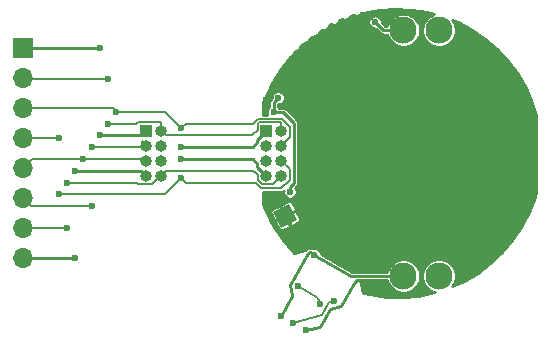
<source format=gbr>
G04 #@! TF.GenerationSoftware,KiCad,Pcbnew,(5.1.5-0)*
G04 #@! TF.CreationDate,2020-05-02T01:07:30+03:00*
G04 #@! TF.ProjectId,raybeacon,72617962-6561-4636-9f6e-2e6b69636164,1.4*
G04 #@! TF.SameCoordinates,PX8f0d180PY5f5e100*
G04 #@! TF.FileFunction,Copper,L2,Bot*
G04 #@! TF.FilePolarity,Positive*
%FSLAX46Y46*%
G04 Gerber Fmt 4.6, Leading zero omitted, Abs format (unit mm)*
G04 Created by KiCad (PCBNEW (5.1.5-0)) date 2020-05-02 01:07:30*
%MOMM*%
%LPD*%
G04 APERTURE LIST*
%ADD10R,2.700000X6.260000*%
%ADD11R,1.000000X1.000000*%
%ADD12O,1.000000X1.000000*%
%ADD13C,17.800000*%
%ADD14C,2.300000*%
%ADD15R,1.700000X1.700000*%
%ADD16O,1.700000X1.700000*%
%ADD17C,0.100000*%
%ADD18C,0.600000*%
%ADD19C,0.220000*%
%ADD20C,0.152000*%
G04 APERTURE END LIST*
D10*
X10150000Y0D03*
D11*
X-11100000Y1900001D03*
D12*
X-9830000Y1900001D03*
X-11100000Y630001D03*
X-9830000Y630001D03*
X-11100000Y-639999D03*
X-9830000Y-639999D03*
X-11100000Y-1909999D03*
X-9830000Y-1909999D03*
D13*
X2000000Y0D03*
D14*
X3500000Y-10400000D03*
X500000Y-10400000D03*
X3500000Y10400000D03*
X500000Y10400000D03*
D15*
X-31700000Y8900000D03*
D16*
X-31700000Y6360000D03*
X-31700000Y3820000D03*
X-31700000Y1280000D03*
X-31700000Y-1260000D03*
X-31700000Y-3800000D03*
X-31700000Y-6340000D03*
X-31700000Y-8880000D03*
G04 #@! TA.AperFunction,SMDPad,CuDef*
D17*
G36*
X-8491251Y-5627762D02*
G01*
X-9827761Y-6308748D01*
X-10508747Y-4972238D01*
X-9172237Y-4291252D01*
X-8491251Y-5627762D01*
G37*
G04 #@! TD.AperFunction*
D11*
X-21300000Y1900001D03*
D12*
X-20030000Y1900001D03*
X-21300000Y630001D03*
X-20030000Y630001D03*
X-21300000Y-639999D03*
X-20030000Y-639999D03*
X-21300000Y-1909999D03*
X-20030000Y-1909999D03*
D18*
X-27299999Y-1499999D03*
X1800000Y-4900000D03*
X-1100000Y-2200000D03*
X-7000000Y-2600000D03*
X-6000000Y200000D03*
X6300000Y5600001D03*
X1600000Y9149999D03*
X750000Y7500000D03*
X2000000Y8300000D03*
X3100001Y-6400000D03*
X3100000Y-5000000D03*
X800001Y-7100000D03*
X800000Y-4899999D03*
X1500000Y-2899999D03*
X-600000Y8900000D03*
X600000Y8700000D03*
X-1000000Y8000000D03*
X5600001Y100001D03*
X5600001Y-2100000D03*
X-7699999Y-800000D03*
X-2700000Y-3399999D03*
X2700000Y-1500000D03*
X4000001Y-3600000D03*
X3900000Y-7200000D03*
X4400000Y-2000000D03*
X4400000Y-700000D03*
X6700000Y-2100000D03*
X6700001Y100001D03*
X-1200000Y-1400001D03*
X3800000Y4699999D03*
X6900001Y4700000D03*
X5700000Y4700000D03*
X5200000Y2700000D03*
X4000001Y2700000D03*
X6300000Y2700000D03*
X7400000Y2700000D03*
X-3999999Y1100001D03*
X-2800000Y1100000D03*
X-1599999Y1100001D03*
X-400000Y1100000D03*
X-400000Y2300000D03*
X-1600001Y2300000D03*
X-2800000Y2300000D03*
X-2800000Y3500000D03*
X-3999999Y3500001D03*
X-4000001Y4700000D03*
X-1600001Y4700000D03*
X-1599999Y3500001D03*
X-4000001Y2300000D03*
X-2800000Y4700000D03*
X-400000Y3500000D03*
X-400000Y4700000D03*
X8500000Y2700000D03*
X8500000Y1700000D03*
X8500000Y700000D03*
X8500000Y-400000D03*
X8500000Y-1400000D03*
X8500000Y-2400000D03*
X4899999Y5400000D03*
X3800001Y5600000D03*
X3900000Y6900001D03*
X-9600000Y7000000D03*
X-6200001Y9700000D03*
X-7500001Y7100000D03*
X7700000Y5400000D03*
X11500000Y-3450000D03*
X10500001Y-3450000D03*
X9500001Y-3450000D03*
X8500000Y-3449999D03*
X11200000Y3500000D03*
X10400000Y3500000D03*
X8700000Y4600000D03*
X10500000Y4600000D03*
X4600000Y-4700000D03*
X3500000Y-700000D03*
X4200000Y0D03*
X7600000Y-9199999D03*
X9100000Y-7699999D03*
X10100000Y-6400001D03*
X7100001Y-4800000D03*
X6200000Y-10200000D03*
X6600000Y-6700000D03*
X10500001Y5600000D03*
X10900000Y-4900000D03*
X9600000Y6400000D03*
X8800001Y5600000D03*
X1800000Y-7100000D03*
X7000000Y8800000D03*
X-10350000Y-3900000D03*
X-1049999Y9800001D03*
X2400000Y-11700000D03*
X-200000Y-8000000D03*
X-416506Y-11921410D03*
X-7800000Y8500000D03*
X8599999Y8200000D03*
X5100001Y-10800000D03*
X-9200000Y5599999D03*
X-11100000Y4500001D03*
X-8600000Y-4000001D03*
X-2899999Y6800000D03*
X-6399999Y7000001D03*
X-1199999Y11799999D03*
X-800000Y-9300000D03*
X-27299999Y-8899999D03*
X-18300000Y-499999D03*
X2000000Y-9400000D03*
X-999999Y-11000000D03*
X-7758141Y-14998265D03*
X-2600000Y-11600000D03*
X-9906217Y-13758073D03*
X-25200000Y1500000D03*
X-10493941Y3460013D03*
X-9100000Y-3300000D03*
X-10100001Y4700000D03*
X-1900000Y11100000D03*
X-25200000Y8900000D03*
X-18300000Y500000D03*
X-7042820Y-8600446D03*
X-8456218Y-11248522D03*
X-6589961Y-12800274D03*
X-24499999Y2500000D03*
X-24500000Y6300000D03*
X-25900000Y500000D03*
X-25899999Y-4499999D03*
X-18299999Y2099999D03*
X-23799999Y3500001D03*
X-26600000Y-500001D03*
X-28700000Y-3500000D03*
X-18299999Y-2100000D03*
X-28700000Y1300000D03*
X-27999999Y-2500000D03*
X-28000000Y-6300000D03*
X-8883974Y-14348265D03*
X-5349551Y-12484191D03*
D19*
X-11862000Y-1148000D02*
X-11862001Y-904238D01*
X-11100000Y-1910000D02*
X-11862000Y-1148000D01*
X-21710000Y-1500000D02*
X-21300001Y-1910000D01*
X-27299999Y-1499999D02*
X-21710000Y-1500000D01*
X-31680000Y-8900000D02*
X-31699999Y-8880000D01*
X-27299999Y-8899999D02*
X-31680000Y-8900000D01*
X-17863735Y-487999D02*
X-12278239Y-487999D01*
X-17875736Y-500001D02*
X-17863735Y-487999D01*
X-18300000Y-499999D02*
X-17875736Y-500001D01*
X-11862001Y-904238D02*
X-12278239Y-487999D01*
X-6580626Y-14682751D02*
X-5720166Y-13192390D01*
X-7758141Y-14998265D02*
X-6580626Y-14682751D01*
X-4804141Y-12946942D02*
X-3675722Y-10992464D01*
X-5720166Y-13192390D02*
X-4804141Y-12946942D01*
X-2851917Y-10772346D02*
X-3472408Y-10772408D01*
X-3675722Y-10975722D02*
X-3472408Y-10772408D01*
X-3675722Y-10992464D02*
X-3675722Y-10975722D01*
X-2851917Y-10772346D02*
X-1399992Y-10772200D01*
X-1227800Y-10772200D02*
X-999999Y-11000000D01*
X-1399992Y-10772200D02*
X-1227800Y-10772200D01*
X-10439986Y3460013D02*
X-10456425Y3460013D01*
X-9674167Y3460013D02*
X-10069677Y3460014D01*
X-10069677Y3460014D02*
X-10493941Y3460013D01*
X-9674167Y3460013D02*
X-8763988Y2549834D01*
X-8763988Y-2539725D02*
X-8763988Y-2536012D01*
X-9100000Y-2875736D02*
X-8763988Y-2539725D01*
X-9100000Y-3300000D02*
X-9100000Y-2875736D01*
X-8763988Y2549834D02*
X-8763988Y-2536012D01*
X-10493941Y4306059D02*
X-10100001Y4700000D01*
X-10493941Y3460013D02*
X-10493941Y4306059D01*
X-1200000Y10400000D02*
X-1900000Y11100000D01*
X500000Y10400000D02*
X-1200000Y10400000D01*
X-21399999Y2000001D02*
X-21300000Y1900001D01*
X-21700000Y1500000D02*
X-21300000Y1900001D01*
X-25200000Y1500000D02*
X-21700000Y1500000D01*
X-25200000Y8900000D02*
X-31700000Y8900000D01*
X-11862001Y1138000D02*
X-11100000Y1900001D01*
X-11862000Y904237D02*
X-11862001Y1138000D01*
X-12266237Y500000D02*
X-11862000Y904237D01*
X-18300000Y500000D02*
X-12266237Y500000D01*
X-3925129Y-10400446D02*
X500000Y-10400000D01*
X-3945355Y-10405866D02*
X-3925129Y-10400446D01*
X-7090193Y-8590193D02*
X-3945355Y-10405866D01*
X-7042820Y-8600446D02*
X-7090193Y-8590193D01*
X-8956360Y-12114015D02*
X-8906360Y-12027413D01*
X-8956360Y-12114015D02*
X-9906217Y-13758073D01*
X-7565608Y-8429944D02*
X-9139741Y-11156423D01*
X-9139741Y-11156423D02*
X-8906360Y-12027413D01*
X-7410244Y-8388314D02*
X-7565608Y-8429944D01*
X-7042820Y-8600446D02*
X-7410244Y-8388314D01*
D20*
X-8456218Y-11248522D02*
X-6740298Y-12239209D01*
X-6740298Y-12239209D02*
X-6589961Y-12800274D01*
X-31690000Y6350001D02*
X-31700000Y6360000D01*
X-9830000Y1899999D02*
X-9830000Y2529999D01*
X-9830000Y2529999D02*
X-9928001Y2628001D01*
X-11708622Y2628002D02*
X-11828001Y2508622D01*
X-9928001Y2628001D02*
X-11708622Y2628002D01*
X-11828001Y1971999D02*
X-12300000Y1500000D01*
X-11828001Y2508622D02*
X-11828001Y1971999D01*
X-20050895Y2628001D02*
X-20030000Y2607106D01*
X-22110401Y2500000D02*
X-21982401Y2628001D01*
X-20030000Y2607106D02*
X-20030000Y1900001D01*
X-21982401Y2628001D02*
X-20050895Y2628001D01*
X-24499999Y2500000D02*
X-22110401Y2500000D01*
X-31640000Y6300000D02*
X-31700000Y6360000D01*
X-24500000Y6300000D02*
X-31640000Y6300000D01*
X-20030000Y1900001D02*
X-19629999Y1500000D01*
X-12300000Y1500000D02*
X-19629999Y1500000D01*
X-21669999Y1000000D02*
X-21300000Y630000D01*
X-21430000Y500000D02*
X-21300000Y630000D01*
X-25900000Y500000D02*
X-21430000Y500000D01*
X-30999999Y-4500000D02*
X-31699999Y-3800000D01*
X-25899999Y-4499999D02*
X-30999999Y-4500000D01*
X-9829999Y630001D02*
X-9101999Y1358001D01*
X-9101999Y2249441D02*
X-9784568Y2932012D01*
X-9101999Y1358001D02*
X-9101999Y2249441D01*
X-11834546Y2932012D02*
X-11844559Y2921999D01*
X-11834546Y2932012D02*
X-11844559Y2921999D01*
X-11667988Y2932012D02*
X-11834546Y2932012D01*
X-9784568Y2932012D02*
X-11667988Y2932012D01*
X-11667988Y2932012D02*
X-11834546Y2932012D01*
X-11667988Y2932011D02*
X-11834546Y2932012D01*
X-31480000Y3599999D02*
X-31700000Y3820000D01*
X-19700000Y3500000D02*
X-23799999Y3500001D01*
X-18299999Y2099999D02*
X-19700000Y3500000D01*
X-24119999Y3820000D02*
X-23799999Y3500001D01*
X-31700000Y3820000D02*
X-24119999Y3820000D01*
X-12194559Y2571999D02*
X-11834546Y2932012D01*
X-18299999Y2099999D02*
X-17899999Y2500000D01*
X-12266558Y2500001D02*
X-11834546Y2932012D01*
X-17899999Y2500000D02*
X-12266558Y2500001D01*
X-21440000Y-500001D02*
X-21300000Y-640000D01*
X-26600000Y-500001D02*
X-21440000Y-500001D01*
X-30940001Y-500000D02*
X-31700000Y-1260000D01*
X-26600000Y-500001D02*
X-30940001Y-500000D01*
X-31650000Y1330000D02*
X-31699999Y1280000D01*
X-19700000Y-3500000D02*
X-28700000Y-3500000D01*
X-18299999Y-2100000D02*
X-19700000Y-3500000D01*
X-31680000Y1300000D02*
X-31699999Y1280000D01*
X-28700000Y1300000D02*
X-31680000Y1300000D01*
X-9517381Y-2603141D02*
X-9856251Y-2942011D01*
X-9445700Y-2603142D02*
X-9517381Y-2603141D01*
X-9101999Y-2259441D02*
X-9445700Y-2603142D01*
X-9101999Y-1368001D02*
X-9101999Y-2259441D01*
X-9829999Y-640000D02*
X-9101999Y-1368001D01*
X-18299999Y-2100000D02*
X-17899999Y-2500000D01*
X-12017377Y-2500000D02*
X-11575366Y-2942011D01*
X-17899999Y-2500000D02*
X-12017377Y-2500000D01*
X-11257989Y-2942011D02*
X-11575367Y-2942011D01*
X-11575366Y-2942011D02*
X-11257989Y-2942011D01*
X-9856251Y-2942011D02*
X-11257989Y-2942011D01*
X-11449441Y-2637999D02*
X-11828001Y-2259441D01*
X-9829999Y-1910000D02*
X-10558001Y-2638000D01*
X-10558001Y-2638000D02*
X-11449441Y-2637999D01*
X-31660000Y-6300001D02*
X-31700000Y-6340000D01*
X-12108278Y-1608279D02*
X-12144559Y-1571999D01*
X-11828001Y-1888557D02*
X-12108278Y-1608279D01*
X-11828001Y-1888557D02*
X-12208279Y-1508279D01*
X-11828001Y-2028001D02*
X-11828001Y-1888557D01*
X-11828001Y-2259441D02*
X-11828001Y-2028001D01*
X-12108278Y-1608279D02*
X-12208279Y-1508279D01*
X-31660000Y-6300000D02*
X-31700000Y-6340000D01*
X-28000000Y-6300000D02*
X-31660000Y-6300000D01*
X-22099999Y-2500000D02*
X-27999999Y-2500000D01*
X-19628279Y-1508279D02*
X-20758000Y-2638001D01*
X-21961998Y-2638001D02*
X-22099999Y-2500000D01*
X-20758000Y-2638001D02*
X-21961998Y-2638001D01*
X-12208279Y-1508279D02*
X-19628279Y-1508279D01*
X-6413230Y-13686231D02*
X-5786888Y-12601375D01*
X-5786888Y-12601375D02*
X-5759358Y-12593998D01*
X-5759358Y-12593998D02*
X-5349551Y-12484191D01*
X-8883974Y-14348265D02*
X-6413230Y-13686231D01*
D19*
G36*
X1159691Y12132213D02*
G01*
X2504833Y11927333D01*
X3115151Y11763112D01*
X3088135Y11757738D01*
X2831167Y11651298D01*
X2599903Y11496772D01*
X2403228Y11300097D01*
X2248702Y11068833D01*
X2142262Y10811865D01*
X2088000Y10539070D01*
X2088000Y10260930D01*
X2142262Y9988135D01*
X2248702Y9731167D01*
X2403228Y9499903D01*
X2599903Y9303228D01*
X2831167Y9148702D01*
X3088135Y9042262D01*
X3360930Y8988000D01*
X3639070Y8988000D01*
X3911865Y9042262D01*
X4168833Y9148702D01*
X4400097Y9303228D01*
X4596772Y9499903D01*
X4751298Y9731167D01*
X4857738Y9988135D01*
X4912000Y10260930D01*
X4912000Y10539070D01*
X4857738Y10811865D01*
X4751298Y11068833D01*
X4625911Y11256488D01*
X5085076Y11075986D01*
X6288002Y10440139D01*
X7412574Y9674152D01*
X8444737Y8787598D01*
X9371662Y7791498D01*
X10181764Y6698295D01*
X10864959Y5521607D01*
X11412735Y4276091D01*
X11736409Y3239428D01*
X11722218Y3227782D01*
X11708538Y3211113D01*
X11698373Y3192095D01*
X11692114Y3171460D01*
X11690000Y3150000D01*
X11690000Y-3150000D01*
X11692114Y-3171460D01*
X11698373Y-3192095D01*
X11708538Y-3211113D01*
X11722218Y-3227782D01*
X11731593Y-3235476D01*
X11600171Y-3737848D01*
X11111221Y-5007618D01*
X10483781Y-6214967D01*
X9725666Y-7344856D01*
X8846336Y-8383187D01*
X7856731Y-9317040D01*
X6769219Y-10134750D01*
X5597321Y-10826148D01*
X4621140Y-11263628D01*
X4751298Y-11068833D01*
X4857738Y-10811865D01*
X4912000Y-10539070D01*
X4912000Y-10260930D01*
X4857738Y-9988135D01*
X4751298Y-9731167D01*
X4596772Y-9499903D01*
X4400097Y-9303228D01*
X4168833Y-9148702D01*
X3911865Y-9042262D01*
X3639070Y-8988000D01*
X3360930Y-8988000D01*
X3088135Y-9042262D01*
X2831167Y-9148702D01*
X2599903Y-9303228D01*
X2403228Y-9499903D01*
X2248702Y-9731167D01*
X2142262Y-9988135D01*
X2088000Y-10260930D01*
X2088000Y-10539070D01*
X2142262Y-10811865D01*
X2248702Y-11068833D01*
X2403228Y-11300097D01*
X2599903Y-11496772D01*
X2831167Y-11651298D01*
X3088135Y-11757738D01*
X3146647Y-11769377D01*
X3059706Y-11797190D01*
X1725616Y-12064731D01*
X370023Y-12181895D01*
X-990188Y-12147222D01*
X-2343088Y-11960449D01*
X-2899962Y-11838013D01*
X-2927987Y-11831478D01*
X-2938408Y-11831137D01*
X-3222102Y-10772374D01*
X-865640Y-10772137D01*
X-857738Y-10811865D01*
X-751298Y-11068833D01*
X-596772Y-11300097D01*
X-400097Y-11496772D01*
X-168833Y-11651298D01*
X88135Y-11757738D01*
X360930Y-11812000D01*
X639070Y-11812000D01*
X911865Y-11757738D01*
X1168833Y-11651298D01*
X1400097Y-11496772D01*
X1596772Y-11300097D01*
X1751298Y-11068833D01*
X1857738Y-10811865D01*
X1912000Y-10539070D01*
X1912000Y-10260930D01*
X1857738Y-9988135D01*
X1751298Y-9731167D01*
X1596772Y-9499903D01*
X1400097Y-9303228D01*
X1168833Y-9148702D01*
X911865Y-9042262D01*
X639070Y-8988000D01*
X360930Y-8988000D01*
X88135Y-9042262D01*
X-168833Y-9148702D01*
X-400097Y-9303228D01*
X-596772Y-9499903D01*
X-751298Y-9731167D01*
X-857738Y-9988135D01*
X-865695Y-10028138D01*
X-3855077Y-10028439D01*
X-6488152Y-8508234D01*
X-6502418Y-8436517D01*
X-6544782Y-8334239D01*
X-6606286Y-8242192D01*
X-6684566Y-8163912D01*
X-6776613Y-8102408D01*
X-6878891Y-8060044D01*
X-6987468Y-8038446D01*
X-7098172Y-8038446D01*
X-7206749Y-8060044D01*
X-7221290Y-8066067D01*
X-7223345Y-8064594D01*
X-7290091Y-8034352D01*
X-7361454Y-8017713D01*
X-7398073Y-8016514D01*
X-7434691Y-8015315D01*
X-7434692Y-8015315D01*
X-7488881Y-8024262D01*
X-7488882Y-8024262D01*
X-7506990Y-8027252D01*
X-7524168Y-8033717D01*
X-7644240Y-8065891D01*
X-7662355Y-8068882D01*
X-7730936Y-8094693D01*
X-7793162Y-8133389D01*
X-7846645Y-8183481D01*
X-7871098Y-8217605D01*
X-8777891Y-8460580D01*
X-8790576Y-8443465D01*
X-8793385Y-8440135D01*
X-9689187Y-7392909D01*
X-10452882Y-6266795D01*
X-10682018Y-5831164D01*
X-10365151Y-5831164D01*
X-10062335Y-6428269D01*
X-10034510Y-6471735D01*
X-9998740Y-6508938D01*
X-9956399Y-6538448D01*
X-9909115Y-6559131D01*
X-9858705Y-6570191D01*
X-9807105Y-6571204D01*
X-9756300Y-6562131D01*
X-9708240Y-6543321D01*
X-9112287Y-6238245D01*
X-9083662Y-6150148D01*
X-9506554Y-5320175D01*
X-10336527Y-5743067D01*
X-10365151Y-5831164D01*
X-10682018Y-5831164D01*
X-11086292Y-5062567D01*
X-11113517Y-4992894D01*
X-10771203Y-4992894D01*
X-10762130Y-5043699D01*
X-10743320Y-5091759D01*
X-10438244Y-5687712D01*
X-10350147Y-5716337D01*
X-9545904Y-5306555D01*
X-9479824Y-5306555D01*
X-9056932Y-6136528D01*
X-8968835Y-6165152D01*
X-8371730Y-5862336D01*
X-8328264Y-5834511D01*
X-8291061Y-5798741D01*
X-8261551Y-5756400D01*
X-8240868Y-5709116D01*
X-8229808Y-5658706D01*
X-8228795Y-5607106D01*
X-8237868Y-5556301D01*
X-8256678Y-5508241D01*
X-8561754Y-4912288D01*
X-8649851Y-4883663D01*
X-9479824Y-5306555D01*
X-9545904Y-5306555D01*
X-9520174Y-5293445D01*
X-9943066Y-4463472D01*
X-9984984Y-4449852D01*
X-9916336Y-4449852D01*
X-9493444Y-5279825D01*
X-8663471Y-4856933D01*
X-8634847Y-4768836D01*
X-8937663Y-4171731D01*
X-8965488Y-4128265D01*
X-9001258Y-4091062D01*
X-9043599Y-4061552D01*
X-9090883Y-4040869D01*
X-9141293Y-4029809D01*
X-9192893Y-4028796D01*
X-9243698Y-4037869D01*
X-9291758Y-4056679D01*
X-9887711Y-4361755D01*
X-9916336Y-4449852D01*
X-9984984Y-4449852D01*
X-10031163Y-4434848D01*
X-10628268Y-4737664D01*
X-10671734Y-4765489D01*
X-10708937Y-4801259D01*
X-10738447Y-4843600D01*
X-10759130Y-4890884D01*
X-10770190Y-4941294D01*
X-10771203Y-4992894D01*
X-11113517Y-4992894D01*
X-11390000Y-4285354D01*
X-11390000Y-3280011D01*
X-9872841Y-3280011D01*
X-9856251Y-3281645D01*
X-9839661Y-3280011D01*
X-9839650Y-3280011D01*
X-9789991Y-3275120D01*
X-9726278Y-3255793D01*
X-9667560Y-3224407D01*
X-9656103Y-3215005D01*
X-9662000Y-3244648D01*
X-9662000Y-3355352D01*
X-9640402Y-3463929D01*
X-9598038Y-3566207D01*
X-9536534Y-3658254D01*
X-9458254Y-3736534D01*
X-9366207Y-3798038D01*
X-9263929Y-3840402D01*
X-9155352Y-3862000D01*
X-9044648Y-3862000D01*
X-8936071Y-3840402D01*
X-8833793Y-3798038D01*
X-8741746Y-3736534D01*
X-8663466Y-3658254D01*
X-8601962Y-3566207D01*
X-8559598Y-3463929D01*
X-8538000Y-3355352D01*
X-8538000Y-3244648D01*
X-8559598Y-3136071D01*
X-8601962Y-3033793D01*
X-8654036Y-2955859D01*
X-8513860Y-2815684D01*
X-8499672Y-2804041D01*
X-8453185Y-2747397D01*
X-8418643Y-2682772D01*
X-8406492Y-2642716D01*
X-8397371Y-2612651D01*
X-8390189Y-2539726D01*
X-8391988Y-2521459D01*
X-8391988Y2531578D01*
X-8390190Y2549835D01*
X-8391988Y2568091D01*
X-8391988Y2568101D01*
X-8397371Y2622759D01*
X-8418643Y2692881D01*
X-8453185Y2757506D01*
X-8499672Y2814150D01*
X-8513858Y2825792D01*
X-9398208Y3710141D01*
X-9409851Y3724328D01*
X-9466495Y3770815D01*
X-9466494Y3770815D01*
X-9466496Y3770816D01*
X-9531121Y3805358D01*
X-9601243Y3826630D01*
X-9674167Y3833812D01*
X-9692442Y3832012D01*
X-10051409Y3832014D01*
X-10071154Y3832014D01*
X-10121941Y3882801D01*
X-10121941Y4138000D01*
X-10044649Y4138000D01*
X-9936072Y4159598D01*
X-9833794Y4201962D01*
X-9741747Y4263466D01*
X-9663467Y4341746D01*
X-9601963Y4433793D01*
X-9559599Y4536071D01*
X-9538001Y4644648D01*
X-9538001Y4755352D01*
X-9559599Y4863929D01*
X-9601963Y4966207D01*
X-9663467Y5058254D01*
X-9741747Y5136534D01*
X-9833794Y5198038D01*
X-9936072Y5240402D01*
X-10044649Y5262000D01*
X-10155353Y5262000D01*
X-10263930Y5240402D01*
X-10366208Y5198038D01*
X-10458255Y5136534D01*
X-10536535Y5058254D01*
X-10598039Y4966207D01*
X-10640403Y4863929D01*
X-10662001Y4755352D01*
X-10662001Y4664086D01*
X-10744064Y4582022D01*
X-10758256Y4570375D01*
X-10781229Y4542382D01*
X-10804744Y4513730D01*
X-10839286Y4449104D01*
X-10860558Y4378983D01*
X-10867740Y4306059D01*
X-10865940Y4287782D01*
X-10865941Y3882801D01*
X-10930475Y3818267D01*
X-10991979Y3726220D01*
X-11034343Y3623942D01*
X-11055941Y3515365D01*
X-11055941Y3404661D01*
X-11034343Y3296084D01*
X-11023544Y3270012D01*
X-11390000Y3270012D01*
X-11390000Y4289882D01*
X-11246706Y4695426D01*
X-10653222Y5919821D01*
X-9926958Y7070426D01*
X-9073107Y8137726D01*
X-8802422Y8430040D01*
X-8782366Y8451453D01*
X-8749912Y8503644D01*
X-8728264Y8561163D01*
X-8721272Y8603510D01*
X-8652573Y8603510D01*
X-8563316Y8621265D01*
X-8479237Y8656091D01*
X-8403568Y8706651D01*
X-8339217Y8771002D01*
X-8288657Y8846671D01*
X-8253831Y8930750D01*
X-8236076Y9020007D01*
X-8236076Y9070270D01*
X-7977928Y9276789D01*
X-7977554Y9276715D01*
X-7886548Y9276715D01*
X-7797291Y9294470D01*
X-7713212Y9329296D01*
X-7637543Y9379856D01*
X-7573192Y9444207D01*
X-7522632Y9519876D01*
X-7487806Y9603955D01*
X-7472445Y9681175D01*
X-7228191Y9876579D01*
X-7161528Y9863318D01*
X-7070522Y9863318D01*
X-6981265Y9881073D01*
X-6897186Y9915899D01*
X-6821517Y9966459D01*
X-6757166Y10030810D01*
X-6706606Y10106479D01*
X-6671780Y10190558D01*
X-6654025Y10279815D01*
X-6654025Y10286517D01*
X-6424010Y10430276D01*
X-6409760Y10424374D01*
X-6320503Y10406619D01*
X-6229497Y10406619D01*
X-6140240Y10424374D01*
X-6056161Y10459200D01*
X-5980492Y10509760D01*
X-5916141Y10574111D01*
X-5865581Y10649780D01*
X-5830755Y10733859D01*
X-5815489Y10810602D01*
X-5624176Y10930173D01*
X-5602814Y10915899D01*
X-5518735Y10881073D01*
X-5429478Y10863318D01*
X-5338472Y10863318D01*
X-5249215Y10881073D01*
X-5165136Y10915899D01*
X-5089467Y10966459D01*
X-5025116Y11030810D01*
X-4974556Y11106479D01*
X-4954313Y11155352D01*
X-2462000Y11155352D01*
X-2462000Y11044648D01*
X-2440402Y10936071D01*
X-2398038Y10833793D01*
X-2336534Y10741746D01*
X-2258254Y10663466D01*
X-2166207Y10601962D01*
X-2063929Y10559598D01*
X-1955352Y10538000D01*
X-1864087Y10538000D01*
X-1475960Y10149872D01*
X-1464316Y10135684D01*
X-1407672Y10089197D01*
X-1343047Y10054655D01*
X-1272925Y10033383D01*
X-1218267Y10028000D01*
X-1218257Y10028000D01*
X-1200001Y10026202D01*
X-1181744Y10028000D01*
X-865668Y10028000D01*
X-857738Y9988135D01*
X-751298Y9731167D01*
X-596772Y9499903D01*
X-400097Y9303228D01*
X-168833Y9148702D01*
X88135Y9042262D01*
X360930Y8988000D01*
X639070Y8988000D01*
X911865Y9042262D01*
X1168833Y9148702D01*
X1400097Y9303228D01*
X1596772Y9499903D01*
X1751298Y9731167D01*
X1857738Y9988135D01*
X1912000Y10260930D01*
X1912000Y10539070D01*
X1857738Y10811865D01*
X1751298Y11068833D01*
X1596772Y11300097D01*
X1400097Y11496772D01*
X1168833Y11651298D01*
X911865Y11757738D01*
X639070Y11812000D01*
X360930Y11812000D01*
X88135Y11757738D01*
X-168833Y11651298D01*
X-400097Y11496772D01*
X-596772Y11300097D01*
X-751298Y11068833D01*
X-857738Y10811865D01*
X-865668Y10772000D01*
X-1045912Y10772000D01*
X-1338000Y11064087D01*
X-1338000Y11155352D01*
X-1359598Y11263929D01*
X-1401962Y11366207D01*
X-1463466Y11458254D01*
X-1541746Y11536534D01*
X-1633793Y11598038D01*
X-1736071Y11640402D01*
X-1844648Y11662000D01*
X-1955352Y11662000D01*
X-2063929Y11640402D01*
X-2166207Y11598038D01*
X-2258254Y11536534D01*
X-2336534Y11458254D01*
X-2398038Y11366207D01*
X-2440402Y11263929D01*
X-2462000Y11155352D01*
X-4954313Y11155352D01*
X-4939730Y11190558D01*
X-4925163Y11263789D01*
X-4711191Y11345601D01*
X-4686788Y11329296D01*
X-4602709Y11294470D01*
X-4513452Y11276715D01*
X-4422446Y11276715D01*
X-4333189Y11294470D01*
X-4249110Y11329296D01*
X-4173441Y11379856D01*
X-4109090Y11444207D01*
X-4058530Y11519876D01*
X-4023704Y11603955D01*
X-4022733Y11608835D01*
X-3785686Y11699471D01*
X-3720763Y11656091D01*
X-3636684Y11621265D01*
X-3547427Y11603510D01*
X-3456421Y11603510D01*
X-3367164Y11621265D01*
X-3283085Y11656091D01*
X-3207416Y11706651D01*
X-3143065Y11771002D01*
X-3092505Y11846671D01*
X-3089357Y11854272D01*
X-3050053Y11839479D01*
X-3020209Y11834552D01*
X-3020192Y11834548D01*
X-3020173Y11834546D01*
X-2989416Y11829468D01*
X-2927990Y11831478D01*
X-2904938Y11836853D01*
X-1556998Y12087648D01*
X-199894Y12185874D01*
X1159691Y12132213D01*
G37*
X1159691Y12132213D02*
X2504833Y11927333D01*
X3115151Y11763112D01*
X3088135Y11757738D01*
X2831167Y11651298D01*
X2599903Y11496772D01*
X2403228Y11300097D01*
X2248702Y11068833D01*
X2142262Y10811865D01*
X2088000Y10539070D01*
X2088000Y10260930D01*
X2142262Y9988135D01*
X2248702Y9731167D01*
X2403228Y9499903D01*
X2599903Y9303228D01*
X2831167Y9148702D01*
X3088135Y9042262D01*
X3360930Y8988000D01*
X3639070Y8988000D01*
X3911865Y9042262D01*
X4168833Y9148702D01*
X4400097Y9303228D01*
X4596772Y9499903D01*
X4751298Y9731167D01*
X4857738Y9988135D01*
X4912000Y10260930D01*
X4912000Y10539070D01*
X4857738Y10811865D01*
X4751298Y11068833D01*
X4625911Y11256488D01*
X5085076Y11075986D01*
X6288002Y10440139D01*
X7412574Y9674152D01*
X8444737Y8787598D01*
X9371662Y7791498D01*
X10181764Y6698295D01*
X10864959Y5521607D01*
X11412735Y4276091D01*
X11736409Y3239428D01*
X11722218Y3227782D01*
X11708538Y3211113D01*
X11698373Y3192095D01*
X11692114Y3171460D01*
X11690000Y3150000D01*
X11690000Y-3150000D01*
X11692114Y-3171460D01*
X11698373Y-3192095D01*
X11708538Y-3211113D01*
X11722218Y-3227782D01*
X11731593Y-3235476D01*
X11600171Y-3737848D01*
X11111221Y-5007618D01*
X10483781Y-6214967D01*
X9725666Y-7344856D01*
X8846336Y-8383187D01*
X7856731Y-9317040D01*
X6769219Y-10134750D01*
X5597321Y-10826148D01*
X4621140Y-11263628D01*
X4751298Y-11068833D01*
X4857738Y-10811865D01*
X4912000Y-10539070D01*
X4912000Y-10260930D01*
X4857738Y-9988135D01*
X4751298Y-9731167D01*
X4596772Y-9499903D01*
X4400097Y-9303228D01*
X4168833Y-9148702D01*
X3911865Y-9042262D01*
X3639070Y-8988000D01*
X3360930Y-8988000D01*
X3088135Y-9042262D01*
X2831167Y-9148702D01*
X2599903Y-9303228D01*
X2403228Y-9499903D01*
X2248702Y-9731167D01*
X2142262Y-9988135D01*
X2088000Y-10260930D01*
X2088000Y-10539070D01*
X2142262Y-10811865D01*
X2248702Y-11068833D01*
X2403228Y-11300097D01*
X2599903Y-11496772D01*
X2831167Y-11651298D01*
X3088135Y-11757738D01*
X3146647Y-11769377D01*
X3059706Y-11797190D01*
X1725616Y-12064731D01*
X370023Y-12181895D01*
X-990188Y-12147222D01*
X-2343088Y-11960449D01*
X-2899962Y-11838013D01*
X-2927987Y-11831478D01*
X-2938408Y-11831137D01*
X-3222102Y-10772374D01*
X-865640Y-10772137D01*
X-857738Y-10811865D01*
X-751298Y-11068833D01*
X-596772Y-11300097D01*
X-400097Y-11496772D01*
X-168833Y-11651298D01*
X88135Y-11757738D01*
X360930Y-11812000D01*
X639070Y-11812000D01*
X911865Y-11757738D01*
X1168833Y-11651298D01*
X1400097Y-11496772D01*
X1596772Y-11300097D01*
X1751298Y-11068833D01*
X1857738Y-10811865D01*
X1912000Y-10539070D01*
X1912000Y-10260930D01*
X1857738Y-9988135D01*
X1751298Y-9731167D01*
X1596772Y-9499903D01*
X1400097Y-9303228D01*
X1168833Y-9148702D01*
X911865Y-9042262D01*
X639070Y-8988000D01*
X360930Y-8988000D01*
X88135Y-9042262D01*
X-168833Y-9148702D01*
X-400097Y-9303228D01*
X-596772Y-9499903D01*
X-751298Y-9731167D01*
X-857738Y-9988135D01*
X-865695Y-10028138D01*
X-3855077Y-10028439D01*
X-6488152Y-8508234D01*
X-6502418Y-8436517D01*
X-6544782Y-8334239D01*
X-6606286Y-8242192D01*
X-6684566Y-8163912D01*
X-6776613Y-8102408D01*
X-6878891Y-8060044D01*
X-6987468Y-8038446D01*
X-7098172Y-8038446D01*
X-7206749Y-8060044D01*
X-7221290Y-8066067D01*
X-7223345Y-8064594D01*
X-7290091Y-8034352D01*
X-7361454Y-8017713D01*
X-7398073Y-8016514D01*
X-7434691Y-8015315D01*
X-7434692Y-8015315D01*
X-7488881Y-8024262D01*
X-7488882Y-8024262D01*
X-7506990Y-8027252D01*
X-7524168Y-8033717D01*
X-7644240Y-8065891D01*
X-7662355Y-8068882D01*
X-7730936Y-8094693D01*
X-7793162Y-8133389D01*
X-7846645Y-8183481D01*
X-7871098Y-8217605D01*
X-8777891Y-8460580D01*
X-8790576Y-8443465D01*
X-8793385Y-8440135D01*
X-9689187Y-7392909D01*
X-10452882Y-6266795D01*
X-10682018Y-5831164D01*
X-10365151Y-5831164D01*
X-10062335Y-6428269D01*
X-10034510Y-6471735D01*
X-9998740Y-6508938D01*
X-9956399Y-6538448D01*
X-9909115Y-6559131D01*
X-9858705Y-6570191D01*
X-9807105Y-6571204D01*
X-9756300Y-6562131D01*
X-9708240Y-6543321D01*
X-9112287Y-6238245D01*
X-9083662Y-6150148D01*
X-9506554Y-5320175D01*
X-10336527Y-5743067D01*
X-10365151Y-5831164D01*
X-10682018Y-5831164D01*
X-11086292Y-5062567D01*
X-11113517Y-4992894D01*
X-10771203Y-4992894D01*
X-10762130Y-5043699D01*
X-10743320Y-5091759D01*
X-10438244Y-5687712D01*
X-10350147Y-5716337D01*
X-9545904Y-5306555D01*
X-9479824Y-5306555D01*
X-9056932Y-6136528D01*
X-8968835Y-6165152D01*
X-8371730Y-5862336D01*
X-8328264Y-5834511D01*
X-8291061Y-5798741D01*
X-8261551Y-5756400D01*
X-8240868Y-5709116D01*
X-8229808Y-5658706D01*
X-8228795Y-5607106D01*
X-8237868Y-5556301D01*
X-8256678Y-5508241D01*
X-8561754Y-4912288D01*
X-8649851Y-4883663D01*
X-9479824Y-5306555D01*
X-9545904Y-5306555D01*
X-9520174Y-5293445D01*
X-9943066Y-4463472D01*
X-9984984Y-4449852D01*
X-9916336Y-4449852D01*
X-9493444Y-5279825D01*
X-8663471Y-4856933D01*
X-8634847Y-4768836D01*
X-8937663Y-4171731D01*
X-8965488Y-4128265D01*
X-9001258Y-4091062D01*
X-9043599Y-4061552D01*
X-9090883Y-4040869D01*
X-9141293Y-4029809D01*
X-9192893Y-4028796D01*
X-9243698Y-4037869D01*
X-9291758Y-4056679D01*
X-9887711Y-4361755D01*
X-9916336Y-4449852D01*
X-9984984Y-4449852D01*
X-10031163Y-4434848D01*
X-10628268Y-4737664D01*
X-10671734Y-4765489D01*
X-10708937Y-4801259D01*
X-10738447Y-4843600D01*
X-10759130Y-4890884D01*
X-10770190Y-4941294D01*
X-10771203Y-4992894D01*
X-11113517Y-4992894D01*
X-11390000Y-4285354D01*
X-11390000Y-3280011D01*
X-9872841Y-3280011D01*
X-9856251Y-3281645D01*
X-9839661Y-3280011D01*
X-9839650Y-3280011D01*
X-9789991Y-3275120D01*
X-9726278Y-3255793D01*
X-9667560Y-3224407D01*
X-9656103Y-3215005D01*
X-9662000Y-3244648D01*
X-9662000Y-3355352D01*
X-9640402Y-3463929D01*
X-9598038Y-3566207D01*
X-9536534Y-3658254D01*
X-9458254Y-3736534D01*
X-9366207Y-3798038D01*
X-9263929Y-3840402D01*
X-9155352Y-3862000D01*
X-9044648Y-3862000D01*
X-8936071Y-3840402D01*
X-8833793Y-3798038D01*
X-8741746Y-3736534D01*
X-8663466Y-3658254D01*
X-8601962Y-3566207D01*
X-8559598Y-3463929D01*
X-8538000Y-3355352D01*
X-8538000Y-3244648D01*
X-8559598Y-3136071D01*
X-8601962Y-3033793D01*
X-8654036Y-2955859D01*
X-8513860Y-2815684D01*
X-8499672Y-2804041D01*
X-8453185Y-2747397D01*
X-8418643Y-2682772D01*
X-8406492Y-2642716D01*
X-8397371Y-2612651D01*
X-8390189Y-2539726D01*
X-8391988Y-2521459D01*
X-8391988Y2531578D01*
X-8390190Y2549835D01*
X-8391988Y2568091D01*
X-8391988Y2568101D01*
X-8397371Y2622759D01*
X-8418643Y2692881D01*
X-8453185Y2757506D01*
X-8499672Y2814150D01*
X-8513858Y2825792D01*
X-9398208Y3710141D01*
X-9409851Y3724328D01*
X-9466495Y3770815D01*
X-9466494Y3770815D01*
X-9466496Y3770816D01*
X-9531121Y3805358D01*
X-9601243Y3826630D01*
X-9674167Y3833812D01*
X-9692442Y3832012D01*
X-10051409Y3832014D01*
X-10071154Y3832014D01*
X-10121941Y3882801D01*
X-10121941Y4138000D01*
X-10044649Y4138000D01*
X-9936072Y4159598D01*
X-9833794Y4201962D01*
X-9741747Y4263466D01*
X-9663467Y4341746D01*
X-9601963Y4433793D01*
X-9559599Y4536071D01*
X-9538001Y4644648D01*
X-9538001Y4755352D01*
X-9559599Y4863929D01*
X-9601963Y4966207D01*
X-9663467Y5058254D01*
X-9741747Y5136534D01*
X-9833794Y5198038D01*
X-9936072Y5240402D01*
X-10044649Y5262000D01*
X-10155353Y5262000D01*
X-10263930Y5240402D01*
X-10366208Y5198038D01*
X-10458255Y5136534D01*
X-10536535Y5058254D01*
X-10598039Y4966207D01*
X-10640403Y4863929D01*
X-10662001Y4755352D01*
X-10662001Y4664086D01*
X-10744064Y4582022D01*
X-10758256Y4570375D01*
X-10781229Y4542382D01*
X-10804744Y4513730D01*
X-10839286Y4449104D01*
X-10860558Y4378983D01*
X-10867740Y4306059D01*
X-10865940Y4287782D01*
X-10865941Y3882801D01*
X-10930475Y3818267D01*
X-10991979Y3726220D01*
X-11034343Y3623942D01*
X-11055941Y3515365D01*
X-11055941Y3404661D01*
X-11034343Y3296084D01*
X-11023544Y3270012D01*
X-11390000Y3270012D01*
X-11390000Y4289882D01*
X-11246706Y4695426D01*
X-10653222Y5919821D01*
X-9926958Y7070426D01*
X-9073107Y8137726D01*
X-8802422Y8430040D01*
X-8782366Y8451453D01*
X-8749912Y8503644D01*
X-8728264Y8561163D01*
X-8721272Y8603510D01*
X-8652573Y8603510D01*
X-8563316Y8621265D01*
X-8479237Y8656091D01*
X-8403568Y8706651D01*
X-8339217Y8771002D01*
X-8288657Y8846671D01*
X-8253831Y8930750D01*
X-8236076Y9020007D01*
X-8236076Y9070270D01*
X-7977928Y9276789D01*
X-7977554Y9276715D01*
X-7886548Y9276715D01*
X-7797291Y9294470D01*
X-7713212Y9329296D01*
X-7637543Y9379856D01*
X-7573192Y9444207D01*
X-7522632Y9519876D01*
X-7487806Y9603955D01*
X-7472445Y9681175D01*
X-7228191Y9876579D01*
X-7161528Y9863318D01*
X-7070522Y9863318D01*
X-6981265Y9881073D01*
X-6897186Y9915899D01*
X-6821517Y9966459D01*
X-6757166Y10030810D01*
X-6706606Y10106479D01*
X-6671780Y10190558D01*
X-6654025Y10279815D01*
X-6654025Y10286517D01*
X-6424010Y10430276D01*
X-6409760Y10424374D01*
X-6320503Y10406619D01*
X-6229497Y10406619D01*
X-6140240Y10424374D01*
X-6056161Y10459200D01*
X-5980492Y10509760D01*
X-5916141Y10574111D01*
X-5865581Y10649780D01*
X-5830755Y10733859D01*
X-5815489Y10810602D01*
X-5624176Y10930173D01*
X-5602814Y10915899D01*
X-5518735Y10881073D01*
X-5429478Y10863318D01*
X-5338472Y10863318D01*
X-5249215Y10881073D01*
X-5165136Y10915899D01*
X-5089467Y10966459D01*
X-5025116Y11030810D01*
X-4974556Y11106479D01*
X-4954313Y11155352D01*
X-2462000Y11155352D01*
X-2462000Y11044648D01*
X-2440402Y10936071D01*
X-2398038Y10833793D01*
X-2336534Y10741746D01*
X-2258254Y10663466D01*
X-2166207Y10601962D01*
X-2063929Y10559598D01*
X-1955352Y10538000D01*
X-1864087Y10538000D01*
X-1475960Y10149872D01*
X-1464316Y10135684D01*
X-1407672Y10089197D01*
X-1343047Y10054655D01*
X-1272925Y10033383D01*
X-1218267Y10028000D01*
X-1218257Y10028000D01*
X-1200001Y10026202D01*
X-1181744Y10028000D01*
X-865668Y10028000D01*
X-857738Y9988135D01*
X-751298Y9731167D01*
X-596772Y9499903D01*
X-400097Y9303228D01*
X-168833Y9148702D01*
X88135Y9042262D01*
X360930Y8988000D01*
X639070Y8988000D01*
X911865Y9042262D01*
X1168833Y9148702D01*
X1400097Y9303228D01*
X1596772Y9499903D01*
X1751298Y9731167D01*
X1857738Y9988135D01*
X1912000Y10260930D01*
X1912000Y10539070D01*
X1857738Y10811865D01*
X1751298Y11068833D01*
X1596772Y11300097D01*
X1400097Y11496772D01*
X1168833Y11651298D01*
X911865Y11757738D01*
X639070Y11812000D01*
X360930Y11812000D01*
X88135Y11757738D01*
X-168833Y11651298D01*
X-400097Y11496772D01*
X-596772Y11300097D01*
X-751298Y11068833D01*
X-857738Y10811865D01*
X-865668Y10772000D01*
X-1045912Y10772000D01*
X-1338000Y11064087D01*
X-1338000Y11155352D01*
X-1359598Y11263929D01*
X-1401962Y11366207D01*
X-1463466Y11458254D01*
X-1541746Y11536534D01*
X-1633793Y11598038D01*
X-1736071Y11640402D01*
X-1844648Y11662000D01*
X-1955352Y11662000D01*
X-2063929Y11640402D01*
X-2166207Y11598038D01*
X-2258254Y11536534D01*
X-2336534Y11458254D01*
X-2398038Y11366207D01*
X-2440402Y11263929D01*
X-2462000Y11155352D01*
X-4954313Y11155352D01*
X-4939730Y11190558D01*
X-4925163Y11263789D01*
X-4711191Y11345601D01*
X-4686788Y11329296D01*
X-4602709Y11294470D01*
X-4513452Y11276715D01*
X-4422446Y11276715D01*
X-4333189Y11294470D01*
X-4249110Y11329296D01*
X-4173441Y11379856D01*
X-4109090Y11444207D01*
X-4058530Y11519876D01*
X-4023704Y11603955D01*
X-4022733Y11608835D01*
X-3785686Y11699471D01*
X-3720763Y11656091D01*
X-3636684Y11621265D01*
X-3547427Y11603510D01*
X-3456421Y11603510D01*
X-3367164Y11621265D01*
X-3283085Y11656091D01*
X-3207416Y11706651D01*
X-3143065Y11771002D01*
X-3092505Y11846671D01*
X-3089357Y11854272D01*
X-3050053Y11839479D01*
X-3020209Y11834552D01*
X-3020192Y11834548D01*
X-3020173Y11834546D01*
X-2989416Y11829468D01*
X-2927990Y11831478D01*
X-2904938Y11836853D01*
X-1556998Y12087648D01*
X-199894Y12185874D01*
X1159691Y12132213D01*
G36*
X-11085000Y-1894999D02*
G01*
X-11065000Y-1894999D01*
X-11065000Y-1924999D01*
X-11085000Y-1924999D01*
X-11085000Y-1944999D01*
X-11115000Y-1944999D01*
X-11115000Y-1924999D01*
X-11135000Y-1924999D01*
X-11135000Y-1894999D01*
X-11115000Y-1894999D01*
X-11115000Y-1874999D01*
X-11085000Y-1874999D01*
X-11085000Y-1894999D01*
G37*
X-11085000Y-1894999D02*
X-11065000Y-1894999D01*
X-11065000Y-1924999D01*
X-11085000Y-1924999D01*
X-11085000Y-1944999D01*
X-11115000Y-1944999D01*
X-11115000Y-1924999D01*
X-11135000Y-1924999D01*
X-11135000Y-1894999D01*
X-11115000Y-1894999D01*
X-11115000Y-1874999D01*
X-11085000Y-1874999D01*
X-11085000Y-1894999D01*
M02*

</source>
